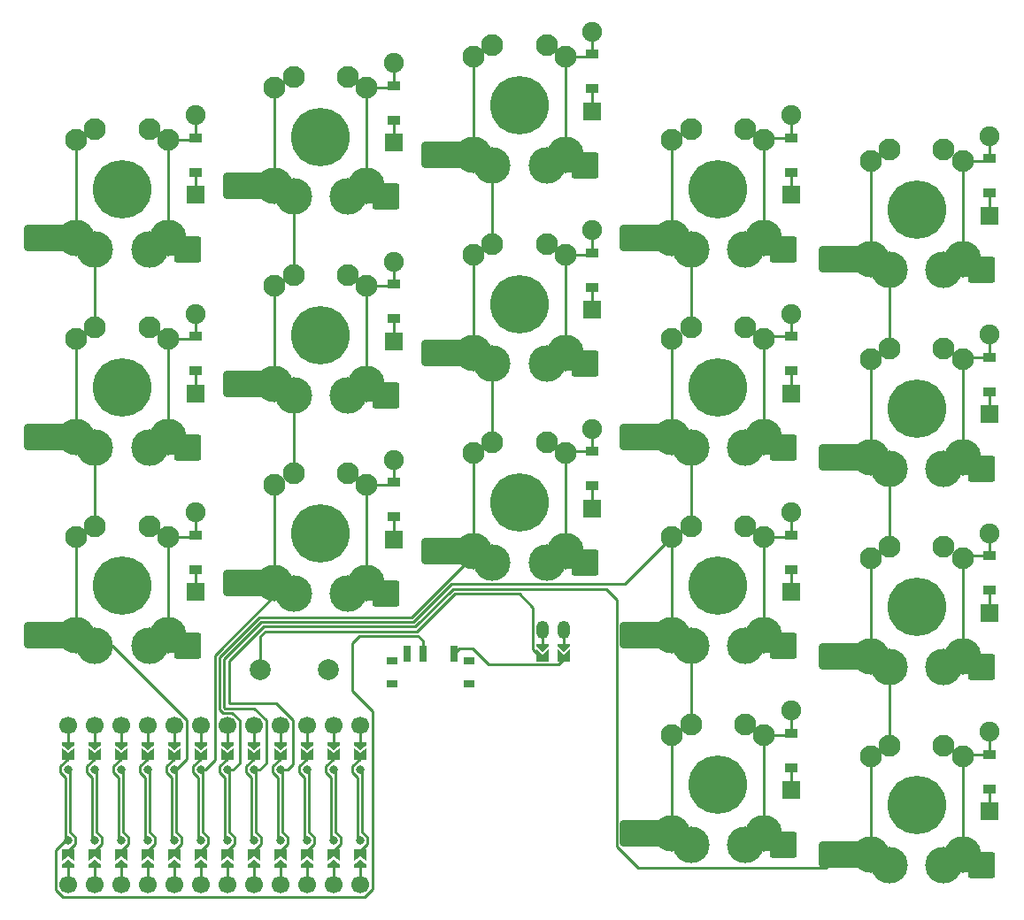
<source format=gbr>
%TF.GenerationSoftware,KiCad,Pcbnew,8.0.4*%
%TF.CreationDate,2024-08-31T21:53:54+08:00*%
%TF.ProjectId,board,626f6172-642e-46b6-9963-61645f706362,v1.0.0*%
%TF.SameCoordinates,Original*%
%TF.FileFunction,Copper,L2,Bot*%
%TF.FilePolarity,Positive*%
%FSLAX46Y46*%
G04 Gerber Fmt 4.6, Leading zero omitted, Abs format (unit mm)*
G04 Created by KiCad (PCBNEW 8.0.4) date 2024-08-31 21:53:54*
%MOMM*%
%LPD*%
G01*
G04 APERTURE LIST*
G04 Aperture macros list*
%AMRoundRect*
0 Rectangle with rounded corners*
0 $1 Rounding radius*
0 $2 $3 $4 $5 $6 $7 $8 $9 X,Y pos of 4 corners*
0 Add a 4 corners polygon primitive as box body*
4,1,4,$2,$3,$4,$5,$6,$7,$8,$9,$2,$3,0*
0 Add four circle primitives for the rounded corners*
1,1,$1+$1,$2,$3*
1,1,$1+$1,$4,$5*
1,1,$1+$1,$6,$7*
1,1,$1+$1,$8,$9*
0 Add four rect primitives between the rounded corners*
20,1,$1+$1,$2,$3,$4,$5,0*
20,1,$1+$1,$4,$5,$6,$7,0*
20,1,$1+$1,$6,$7,$8,$9,0*
20,1,$1+$1,$8,$9,$2,$3,0*%
%AMFreePoly0*
4,1,6,0.250000,0.000000,-0.250000,-0.625000,-0.500000,-0.625000,-0.500000,0.625000,-0.250000,0.625000,0.250000,0.000000,0.250000,0.000000,$1*%
%AMFreePoly1*
4,1,6,0.500000,-0.625000,-0.650000,-0.625000,-0.150000,0.000000,-0.650000,0.625000,0.500000,0.625000,0.500000,-0.625000,0.500000,-0.625000,$1*%
%AMFreePoly2*
4,1,6,0.600000,-1.000000,0.000000,-0.400000,-0.600000,-1.000000,-0.600000,0.250000,0.600000,0.250000,0.600000,-1.000000,0.600000,-1.000000,$1*%
%AMFreePoly3*
4,1,6,0.600000,-0.200000,0.600000,-0.400000,-0.600000,-0.400000,-0.600000,-0.200000,0.000000,0.400000,0.600000,-0.200000,0.600000,-0.200000,$1*%
G04 Aperture macros list end*
%TA.AperFunction,SMDPad,CuDef*%
%ADD10FreePoly0,270.000000*%
%TD*%
%TA.AperFunction,ComponentPad*%
%ADD11C,1.700000*%
%TD*%
%TA.AperFunction,SMDPad,CuDef*%
%ADD12FreePoly0,90.000000*%
%TD*%
%TA.AperFunction,SMDPad,CuDef*%
%ADD13FreePoly1,90.000000*%
%TD*%
%TA.AperFunction,ComponentPad*%
%ADD14C,0.800000*%
%TD*%
%TA.AperFunction,SMDPad,CuDef*%
%ADD15FreePoly1,270.000000*%
%TD*%
%TA.AperFunction,SMDPad,CuDef*%
%ADD16R,1.000000X0.800000*%
%TD*%
%TA.AperFunction,SMDPad,CuDef*%
%ADD17R,0.700000X1.500000*%
%TD*%
%TA.AperFunction,SMDPad,CuDef*%
%ADD18FreePoly2,180.000000*%
%TD*%
%TA.AperFunction,ComponentPad*%
%ADD19O,1.200000X1.750000*%
%TD*%
%TA.AperFunction,SMDPad,CuDef*%
%ADD20FreePoly3,180.000000*%
%TD*%
%TA.AperFunction,ComponentPad*%
%ADD21C,2.000000*%
%TD*%
%TA.AperFunction,ComponentPad*%
%ADD22R,1.778000X1.778000*%
%TD*%
%TA.AperFunction,SMDPad,CuDef*%
%ADD23R,1.200000X0.900000*%
%TD*%
%TA.AperFunction,ComponentPad*%
%ADD24C,1.905000*%
%TD*%
%TA.AperFunction,ComponentPad*%
%ADD25C,3.500000*%
%TD*%
%TA.AperFunction,ComponentPad*%
%ADD26C,5.600000*%
%TD*%
%TA.AperFunction,SMDPad,CuDef*%
%ADD27RoundRect,0.250000X-1.750000X-1.000000X1.750000X-1.000000X1.750000X1.000000X-1.750000X1.000000X0*%
%TD*%
%TA.AperFunction,ComponentPad*%
%ADD28C,2.100000*%
%TD*%
%TA.AperFunction,SMDPad,CuDef*%
%ADD29RoundRect,0.250000X-1.050000X-1.000000X1.050000X-1.000000X1.050000X1.000000X-1.050000X1.000000X0*%
%TD*%
%TA.AperFunction,Conductor*%
%ADD30C,0.250000*%
%TD*%
G04 APERTURE END LIST*
D10*
%TO.P,MCU1,1*%
%TO.N,MCU1_1*%
X169810000Y-171450000D03*
D11*
X169810000Y-169330000D03*
D10*
%TO.P,MCU1,2*%
%TO.N,MCU1_2*%
X172350000Y-171450000D03*
D11*
X172350000Y-169330000D03*
D10*
%TO.P,MCU1,3*%
%TO.N,MCU1_3*%
X174890000Y-171450000D03*
D11*
X174890000Y-169330000D03*
D10*
%TO.P,MCU1,4*%
%TO.N,MCU1_4*%
X177430000Y-171450000D03*
D11*
X177430000Y-169330000D03*
D10*
%TO.P,MCU1,5*%
%TO.N,MCU1_5*%
X179970000Y-171450000D03*
D11*
X179970000Y-169330000D03*
D10*
%TO.P,MCU1,6*%
%TO.N,MCU1_6*%
X182510000Y-171450000D03*
D11*
X182510000Y-169330000D03*
D10*
%TO.P,MCU1,7*%
%TO.N,MCU1_7*%
X185050000Y-171450000D03*
D11*
X185050000Y-169330000D03*
D10*
%TO.P,MCU1,8*%
%TO.N,MCU1_8*%
X187590000Y-171450000D03*
D11*
X187590000Y-169330000D03*
D10*
%TO.P,MCU1,9*%
%TO.N,MCU1_9*%
X190130000Y-171450000D03*
D11*
X190130000Y-169330000D03*
D10*
%TO.P,MCU1,10*%
%TO.N,MCU1_10*%
X192670000Y-171450000D03*
D11*
X192670000Y-169330000D03*
D10*
%TO.P,MCU1,11*%
%TO.N,MCU1_11*%
X195210000Y-171450000D03*
D11*
X195210000Y-169330000D03*
D10*
%TO.P,MCU1,12*%
%TO.N,MCU1_12*%
X197750000Y-171450000D03*
D11*
X197750000Y-169330000D03*
%TO.P,MCU1,13*%
%TO.N,MCU1_13*%
X197750000Y-184570000D03*
D12*
X197750000Y-182450000D03*
D11*
%TO.P,MCU1,14*%
%TO.N,MCU1_14*%
X195210000Y-184570000D03*
D12*
X195210000Y-182450000D03*
D11*
%TO.P,MCU1,15*%
%TO.N,MCU1_15*%
X192670000Y-184570000D03*
D12*
X192670000Y-182450000D03*
D11*
%TO.P,MCU1,16*%
%TO.N,MCU1_16*%
X190130000Y-184570000D03*
D12*
X190130000Y-182450000D03*
D11*
%TO.P,MCU1,17*%
%TO.N,MCU1_17*%
X187590000Y-184570000D03*
D12*
X187590000Y-182450000D03*
D11*
%TO.P,MCU1,18*%
%TO.N,MCU1_18*%
X185050000Y-184570000D03*
D12*
X185050000Y-182450000D03*
D11*
%TO.P,MCU1,19*%
%TO.N,MCU1_19*%
X182510000Y-184570000D03*
D12*
X182510000Y-182450000D03*
D11*
%TO.P,MCU1,20*%
%TO.N,MCU1_20*%
X179970000Y-184570000D03*
D12*
X179970000Y-182450000D03*
D11*
%TO.P,MCU1,21*%
%TO.N,MCU1_21*%
X177430000Y-184570000D03*
D12*
X177430000Y-182450000D03*
D11*
%TO.P,MCU1,22*%
%TO.N,MCU1_22*%
X174890000Y-184570000D03*
D12*
X174890000Y-182450000D03*
D11*
%TO.P,MCU1,23*%
%TO.N,MCU1_23*%
X172350000Y-184570000D03*
D12*
X172350000Y-182450000D03*
D11*
%TO.P,MCU1,24*%
%TO.N,MCU1_24*%
X169810000Y-184570000D03*
D12*
X169810000Y-182450000D03*
D13*
%TO.P,MCU1,101*%
%TO.N,P1*%
X169810000Y-181725000D03*
D14*
X169810000Y-173550000D03*
D13*
%TO.P,MCU1,102*%
%TO.N,P0*%
X172350000Y-181725000D03*
D14*
X172350000Y-173550000D03*
D13*
%TO.P,MCU1,103*%
%TO.N,GND*%
X174890000Y-181725000D03*
D14*
X174890000Y-173550000D03*
D13*
%TO.P,MCU1,104*%
X177430000Y-181725000D03*
D14*
X177430000Y-173550000D03*
D13*
%TO.P,MCU1,105*%
%TO.N,P2*%
X179970000Y-181725000D03*
D14*
X179970000Y-173550000D03*
D13*
%TO.P,MCU1,106*%
%TO.N,P3*%
X182510000Y-181725000D03*
D14*
X182510000Y-173550000D03*
D13*
%TO.P,MCU1,107*%
%TO.N,P4*%
X185050000Y-181725000D03*
D14*
X185050000Y-173550000D03*
D13*
%TO.P,MCU1,108*%
%TO.N,P5*%
X187590000Y-181725000D03*
D14*
X187590000Y-173550000D03*
D13*
%TO.P,MCU1,109*%
%TO.N,P6*%
X190130000Y-181725000D03*
D14*
X190130000Y-173550000D03*
D13*
%TO.P,MCU1,110*%
%TO.N,P7*%
X192670000Y-181725000D03*
D14*
X192670000Y-173550000D03*
D13*
%TO.P,MCU1,111*%
%TO.N,P8*%
X195210000Y-181725000D03*
D14*
X195210000Y-173550000D03*
D13*
%TO.P,MCU1,112*%
%TO.N,P9*%
X197750000Y-181725000D03*
D14*
X197750000Y-173550000D03*
%TO.P,MCU1,113*%
%TO.N,P10*%
X197750000Y-180350000D03*
D15*
X197750000Y-172175000D03*
D14*
%TO.P,MCU1,114*%
%TO.N,P16*%
X195210000Y-180350000D03*
D15*
X195210000Y-172175000D03*
D14*
%TO.P,MCU1,115*%
%TO.N,P14*%
X192670000Y-180350000D03*
D15*
X192670000Y-172175000D03*
D14*
%TO.P,MCU1,116*%
%TO.N,P15*%
X190130000Y-180350000D03*
D15*
X190130000Y-172175000D03*
D14*
%TO.P,MCU1,117*%
%TO.N,P18*%
X187590000Y-180350000D03*
D15*
X187590000Y-172175000D03*
D14*
%TO.P,MCU1,118*%
%TO.N,P19*%
X185050000Y-180350000D03*
D15*
X185050000Y-172175000D03*
D14*
%TO.P,MCU1,119*%
%TO.N,P20*%
X182510000Y-180350000D03*
D15*
X182510000Y-172175000D03*
D14*
%TO.P,MCU1,120*%
%TO.N,P21*%
X179970000Y-180350000D03*
D15*
X179970000Y-172175000D03*
D14*
%TO.P,MCU1,121*%
%TO.N,VCC*%
X177430000Y-180350000D03*
D15*
X177430000Y-172175000D03*
D14*
%TO.P,MCU1,122*%
%TO.N,RST*%
X174890000Y-180350000D03*
D15*
X174890000Y-172175000D03*
D14*
%TO.P,MCU1,123*%
%TO.N,GND*%
X172350000Y-180350000D03*
D15*
X172350000Y-172175000D03*
D14*
%TO.P,MCU1,124*%
%TO.N,RAW*%
X169810000Y-180350000D03*
D15*
X169810000Y-172175000D03*
%TD*%
D16*
%TO.P,PWR1,*%
%TO.N,*%
X208150000Y-163139999D03*
X200850000Y-163140000D03*
X208150000Y-165350000D03*
X200850000Y-165350000D03*
D17*
%TO.P,PWR1,1*%
%TO.N,BAT_P*%
X206750000Y-162490000D03*
%TO.P,PWR1,2*%
%TO.N,RAW*%
X203750000Y-162490000D03*
%TO.P,PWR1,3*%
%TO.N,N/C*%
X202250000Y-162490000D03*
%TD*%
D18*
%TO.P,JST1,1*%
%TO.N,BAT_P*%
X217250000Y-163000000D03*
%TO.P,JST1,2*%
%TO.N,GND*%
X215250000Y-163000000D03*
D19*
%TO.P,JST1,11*%
%TO.N,JST1_1*%
X215250000Y-160184000D03*
%TO.P,JST1,12*%
%TO.N,JST1_2*%
X217250000Y-160184000D03*
D20*
%TO.P,JST1,31*%
%TO.N,JST1_1*%
X215250000Y-161984000D03*
%TO.P,JST1,32*%
%TO.N,JST1_2*%
X217250000Y-161984000D03*
%TD*%
D21*
%TO.P,RST1,1*%
%TO.N,RST*%
X194750000Y-164000000D03*
%TO.P,RST1,2*%
%TO.N,GND*%
X188250000Y-164000000D03*
%TD*%
D22*
%TO.P,D14,1*%
%TO.N,P15*%
X258000000Y-177560000D03*
D23*
X258000000Y-175400000D03*
%TO.P,D14,2*%
%TO.N,inner_thumb*%
X258000000Y-172100000D03*
D24*
X258000000Y-169940000D03*
%TD*%
D22*
%TO.P,D5,1*%
%TO.N,P16*%
X201000000Y-132560000D03*
D23*
X201000000Y-130400000D03*
%TO.P,D5,2*%
%TO.N,ring_home*%
X201000000Y-127100000D03*
D24*
X201000000Y-124940000D03*
%TD*%
D22*
%TO.P,D11,1*%
%TO.N,P14*%
X239000000Y-156560000D03*
D23*
X239000000Y-154400000D03*
%TO.P,D11,2*%
%TO.N,index_bottom*%
X239000000Y-151100000D03*
D24*
X239000000Y-148940000D03*
%TD*%
D25*
%TO.P,S16,*%
%TO.N,P6*%
X248400000Y-144750000D03*
D26*
%TO.N,*%
X251000000Y-139000000D03*
D25*
%TO.N,inner_home*%
X253600000Y-144750000D03*
D27*
%TO.P,S16,1*%
%TO.N,P6*%
X243650000Y-143700000D03*
D28*
X246600000Y-134300000D03*
D25*
X246600000Y-143700000D03*
D28*
X248400000Y-133250000D03*
%TO.P,S16,2*%
%TO.N,inner_home*%
X253600000Y-133250000D03*
X255400000Y-134300000D03*
D25*
X255400000Y-143700000D03*
D29*
X257250000Y-144750000D03*
%TD*%
D25*
%TO.P,S8,*%
%TO.N,P4*%
X210400000Y-134750000D03*
D26*
%TO.N,*%
X213000000Y-129000000D03*
D25*
%TO.N,middle_home*%
X215600000Y-134750000D03*
D27*
%TO.P,S8,1*%
%TO.N,P4*%
X205650000Y-133700000D03*
D28*
X208600000Y-124300000D03*
D25*
X208600000Y-133700000D03*
D28*
X210400000Y-123250000D03*
%TO.P,S8,2*%
%TO.N,middle_home*%
X215600000Y-123250000D03*
X217400000Y-124300000D03*
D25*
X217400000Y-133700000D03*
D29*
X219250000Y-134750000D03*
%TD*%
D25*
%TO.P,S17,*%
%TO.N,P6*%
X248400000Y-125750000D03*
D26*
%TO.N,*%
X251000000Y-120000000D03*
D25*
%TO.N,inner_top*%
X253600000Y-125750000D03*
D27*
%TO.P,S17,1*%
%TO.N,P6*%
X243650000Y-124700000D03*
D28*
X246600000Y-115300000D03*
D25*
X246600000Y-124700000D03*
D28*
X248400000Y-114250000D03*
%TO.P,S17,2*%
%TO.N,inner_top*%
X253600000Y-114250000D03*
X255400000Y-115300000D03*
D25*
X255400000Y-124700000D03*
D29*
X257250000Y-125750000D03*
%TD*%
D22*
%TO.P,D3,1*%
%TO.N,P10*%
X182000000Y-118560000D03*
D23*
X182000000Y-116400000D03*
%TO.P,D3,2*%
%TO.N,pinky_top*%
X182000000Y-113100000D03*
D24*
X182000000Y-110940000D03*
%TD*%
D25*
%TO.P,S9,*%
%TO.N,P4*%
X210400000Y-115750000D03*
D26*
%TO.N,*%
X213000000Y-110000000D03*
D25*
%TO.N,middle_top*%
X215600000Y-115750000D03*
D27*
%TO.P,S9,1*%
%TO.N,P4*%
X205650000Y-114700000D03*
D28*
X208600000Y-105300000D03*
D25*
X208600000Y-114700000D03*
D28*
X210400000Y-104250000D03*
%TO.P,S9,2*%
%TO.N,middle_top*%
X215600000Y-104250000D03*
X217400000Y-105300000D03*
D25*
X217400000Y-114700000D03*
D29*
X219250000Y-115750000D03*
%TD*%
D25*
%TO.P,S11,*%
%TO.N,P5*%
X229400000Y-161750000D03*
D26*
%TO.N,*%
X232000000Y-156000000D03*
D25*
%TO.N,index_bottom*%
X234600000Y-161750000D03*
D27*
%TO.P,S11,1*%
%TO.N,P5*%
X224650000Y-160700000D03*
D28*
X227600000Y-151300000D03*
D25*
X227600000Y-160700000D03*
D28*
X229400000Y-150250000D03*
%TO.P,S11,2*%
%TO.N,index_bottom*%
X234600000Y-150250000D03*
X236400000Y-151300000D03*
D25*
X236400000Y-160700000D03*
D29*
X238250000Y-161750000D03*
%TD*%
D25*
%TO.P,S15,*%
%TO.N,P6*%
X248400000Y-163750000D03*
D26*
%TO.N,*%
X251000000Y-158000000D03*
D25*
%TO.N,inner_bottom*%
X253600000Y-163750000D03*
D27*
%TO.P,S15,1*%
%TO.N,P6*%
X243650000Y-162700000D03*
D28*
X246600000Y-153300000D03*
D25*
X246600000Y-162700000D03*
D28*
X248400000Y-152250000D03*
%TO.P,S15,2*%
%TO.N,inner_bottom*%
X253600000Y-152250000D03*
X255400000Y-153300000D03*
D25*
X255400000Y-162700000D03*
D29*
X257250000Y-163750000D03*
%TD*%
D25*
%TO.P,S7,*%
%TO.N,P4*%
X210400000Y-153750000D03*
D26*
%TO.N,*%
X213000000Y-148000000D03*
D25*
%TO.N,middle_bottom*%
X215600000Y-153750000D03*
D27*
%TO.P,S7,1*%
%TO.N,P4*%
X205650000Y-152700000D03*
D28*
X208600000Y-143300000D03*
D25*
X208600000Y-152700000D03*
D28*
X210400000Y-142250000D03*
%TO.P,S7,2*%
%TO.N,middle_bottom*%
X215600000Y-142250000D03*
X217400000Y-143300000D03*
D25*
X217400000Y-152700000D03*
D29*
X219250000Y-153750000D03*
%TD*%
D22*
%TO.P,D10,1*%
%TO.N,P15*%
X239000000Y-175560000D03*
D23*
X239000000Y-173400000D03*
%TO.P,D10,2*%
%TO.N,index_thumb*%
X239000000Y-170100000D03*
D24*
X239000000Y-167940000D03*
%TD*%
D22*
%TO.P,D12,1*%
%TO.N,P16*%
X239000000Y-137560000D03*
D23*
X239000000Y-135400000D03*
%TO.P,D12,2*%
%TO.N,index_home*%
X239000000Y-132100000D03*
D24*
X239000000Y-129940000D03*
%TD*%
D22*
%TO.P,D8,1*%
%TO.N,P16*%
X220000000Y-129560000D03*
D23*
X220000000Y-127400000D03*
%TO.P,D8,2*%
%TO.N,middle_home*%
X220000000Y-124100000D03*
D24*
X220000000Y-121940000D03*
%TD*%
D22*
%TO.P,D2,1*%
%TO.N,P16*%
X182000000Y-137560000D03*
D23*
X182000000Y-135400000D03*
%TO.P,D2,2*%
%TO.N,pinky_home*%
X182000000Y-132100000D03*
D24*
X182000000Y-129940000D03*
%TD*%
D25*
%TO.P,S5,*%
%TO.N,P3*%
X191400000Y-137750000D03*
D26*
%TO.N,*%
X194000000Y-132000000D03*
D25*
%TO.N,ring_home*%
X196600000Y-137750000D03*
D27*
%TO.P,S5,1*%
%TO.N,P3*%
X186650000Y-136700000D03*
D28*
X189600000Y-127300000D03*
D25*
X189600000Y-136700000D03*
D28*
X191400000Y-126250000D03*
%TO.P,S5,2*%
%TO.N,ring_home*%
X196600000Y-126250000D03*
X198400000Y-127300000D03*
D25*
X198400000Y-136700000D03*
D29*
X200250000Y-137750000D03*
%TD*%
D25*
%TO.P,S6,*%
%TO.N,P3*%
X191400000Y-118750000D03*
D26*
%TO.N,*%
X194000000Y-113000000D03*
D25*
%TO.N,ring_top*%
X196600000Y-118750000D03*
D27*
%TO.P,S6,1*%
%TO.N,P3*%
X186650000Y-117700000D03*
D28*
X189600000Y-108300000D03*
D25*
X189600000Y-117700000D03*
D28*
X191400000Y-107250000D03*
%TO.P,S6,2*%
%TO.N,ring_top*%
X196600000Y-107250000D03*
X198400000Y-108300000D03*
D25*
X198400000Y-117700000D03*
D29*
X200250000Y-118750000D03*
%TD*%
D25*
%TO.P,S14,*%
%TO.N,P6*%
X248400000Y-182750000D03*
D26*
%TO.N,*%
X251000000Y-177000000D03*
D25*
%TO.N,inner_thumb*%
X253600000Y-182750000D03*
D27*
%TO.P,S14,1*%
%TO.N,P6*%
X243650000Y-181700000D03*
D28*
X246600000Y-172300000D03*
D25*
X246600000Y-181700000D03*
D28*
X248400000Y-171250000D03*
%TO.P,S14,2*%
%TO.N,inner_thumb*%
X253600000Y-171250000D03*
X255400000Y-172300000D03*
D25*
X255400000Y-181700000D03*
D29*
X257250000Y-182750000D03*
%TD*%
D22*
%TO.P,D9,1*%
%TO.N,P10*%
X220000000Y-110560000D03*
D23*
X220000000Y-108400000D03*
%TO.P,D9,2*%
%TO.N,middle_top*%
X220000000Y-105100000D03*
D24*
X220000000Y-102940000D03*
%TD*%
D22*
%TO.P,D6,1*%
%TO.N,P10*%
X201000000Y-113560000D03*
D23*
X201000000Y-111400000D03*
%TO.P,D6,2*%
%TO.N,ring_top*%
X201000000Y-108100000D03*
D24*
X201000000Y-105940000D03*
%TD*%
D25*
%TO.P,S3,*%
%TO.N,P2*%
X172400000Y-123750000D03*
D26*
%TO.N,*%
X175000000Y-118000000D03*
D25*
%TO.N,pinky_top*%
X177600000Y-123750000D03*
D27*
%TO.P,S3,1*%
%TO.N,P2*%
X167650000Y-122700000D03*
D28*
X170600000Y-113300000D03*
D25*
X170600000Y-122700000D03*
D28*
X172400000Y-112250000D03*
%TO.P,S3,2*%
%TO.N,pinky_top*%
X177600000Y-112250000D03*
X179400000Y-113300000D03*
D25*
X179400000Y-122700000D03*
D29*
X181250000Y-123750000D03*
%TD*%
D25*
%TO.P,S1,*%
%TO.N,P2*%
X172400000Y-161750000D03*
D26*
%TO.N,*%
X175000000Y-156000000D03*
D25*
%TO.N,pinky_bottom*%
X177600000Y-161750000D03*
D27*
%TO.P,S1,1*%
%TO.N,P2*%
X167650000Y-160700000D03*
D28*
X170600000Y-151300000D03*
D25*
X170600000Y-160700000D03*
D28*
X172400000Y-150250000D03*
%TO.P,S1,2*%
%TO.N,pinky_bottom*%
X177600000Y-150250000D03*
X179400000Y-151300000D03*
D25*
X179400000Y-160700000D03*
D29*
X181250000Y-161750000D03*
%TD*%
D22*
%TO.P,D15,1*%
%TO.N,P14*%
X258000000Y-158560000D03*
D23*
X258000000Y-156400000D03*
%TO.P,D15,2*%
%TO.N,inner_bottom*%
X258000000Y-153100000D03*
D24*
X258000000Y-150940000D03*
%TD*%
D22*
%TO.P,D16,1*%
%TO.N,P16*%
X258000000Y-139560000D03*
D23*
X258000000Y-137400000D03*
%TO.P,D16,2*%
%TO.N,inner_home*%
X258000000Y-134100000D03*
D24*
X258000000Y-131940000D03*
%TD*%
D25*
%TO.P,S10,*%
%TO.N,P5*%
X229400000Y-180750000D03*
D26*
%TO.N,*%
X232000000Y-175000000D03*
D25*
%TO.N,index_thumb*%
X234600000Y-180750000D03*
D27*
%TO.P,S10,1*%
%TO.N,P5*%
X224650000Y-179700000D03*
D28*
X227600000Y-170300000D03*
D25*
X227600000Y-179700000D03*
D28*
X229400000Y-169250000D03*
%TO.P,S10,2*%
%TO.N,index_thumb*%
X234600000Y-169250000D03*
X236400000Y-170300000D03*
D25*
X236400000Y-179700000D03*
D29*
X238250000Y-180750000D03*
%TD*%
D25*
%TO.P,S4,*%
%TO.N,P3*%
X191400000Y-156750000D03*
D26*
%TO.N,*%
X194000000Y-151000000D03*
D25*
%TO.N,ring_bottom*%
X196600000Y-156750000D03*
D27*
%TO.P,S4,1*%
%TO.N,P3*%
X186650000Y-155700000D03*
D28*
X189600000Y-146300000D03*
D25*
X189600000Y-155700000D03*
D28*
X191400000Y-145250000D03*
%TO.P,S4,2*%
%TO.N,ring_bottom*%
X196600000Y-145250000D03*
X198400000Y-146300000D03*
D25*
X198400000Y-155700000D03*
D29*
X200250000Y-156750000D03*
%TD*%
D25*
%TO.P,S13,*%
%TO.N,P5*%
X229400000Y-123750000D03*
D26*
%TO.N,*%
X232000000Y-118000000D03*
D25*
%TO.N,index_top*%
X234600000Y-123750000D03*
D27*
%TO.P,S13,1*%
%TO.N,P5*%
X224650000Y-122700000D03*
D28*
X227600000Y-113300000D03*
D25*
X227600000Y-122700000D03*
D28*
X229400000Y-112250000D03*
%TO.P,S13,2*%
%TO.N,index_top*%
X234600000Y-112250000D03*
X236400000Y-113300000D03*
D25*
X236400000Y-122700000D03*
D29*
X238250000Y-123750000D03*
%TD*%
D22*
%TO.P,D13,1*%
%TO.N,P10*%
X239000000Y-118560000D03*
D23*
X239000000Y-116400000D03*
%TO.P,D13,2*%
%TO.N,index_top*%
X239000000Y-113100000D03*
D24*
X239000000Y-110940000D03*
%TD*%
D25*
%TO.P,S12,*%
%TO.N,P5*%
X229400000Y-142750000D03*
D26*
%TO.N,*%
X232000000Y-137000000D03*
D25*
%TO.N,index_home*%
X234600000Y-142750000D03*
D27*
%TO.P,S12,1*%
%TO.N,P5*%
X224650000Y-141700000D03*
D28*
X227600000Y-132300000D03*
D25*
X227600000Y-141700000D03*
D28*
X229400000Y-131250000D03*
%TO.P,S12,2*%
%TO.N,index_home*%
X234600000Y-131250000D03*
X236400000Y-132300000D03*
D25*
X236400000Y-141700000D03*
D29*
X238250000Y-142750000D03*
%TD*%
D22*
%TO.P,D7,1*%
%TO.N,P14*%
X220000000Y-148560000D03*
D23*
X220000000Y-146400000D03*
%TO.P,D7,2*%
%TO.N,middle_bottom*%
X220000000Y-143100000D03*
D24*
X220000000Y-140940000D03*
%TD*%
D25*
%TO.P,S2,*%
%TO.N,P2*%
X172400000Y-142750000D03*
D26*
%TO.N,*%
X175000000Y-137000000D03*
D25*
%TO.N,pinky_home*%
X177600000Y-142750000D03*
D27*
%TO.P,S2,1*%
%TO.N,P2*%
X167650000Y-141700000D03*
D28*
X170600000Y-132300000D03*
D25*
X170600000Y-141700000D03*
D28*
X172400000Y-131250000D03*
%TO.P,S2,2*%
%TO.N,pinky_home*%
X177600000Y-131250000D03*
X179400000Y-132300000D03*
D25*
X179400000Y-141700000D03*
D29*
X181250000Y-142750000D03*
%TD*%
D22*
%TO.P,D1,1*%
%TO.N,P14*%
X182000000Y-156560000D03*
D23*
X182000000Y-154400000D03*
%TO.P,D1,2*%
%TO.N,pinky_bottom*%
X182000000Y-151100000D03*
D24*
X182000000Y-148940000D03*
%TD*%
D22*
%TO.P,D17,1*%
%TO.N,P10*%
X258000000Y-120560000D03*
D23*
X258000000Y-118400000D03*
%TO.P,D17,2*%
%TO.N,inner_top*%
X258000000Y-115100000D03*
D24*
X258000000Y-112940000D03*
%TD*%
D22*
%TO.P,D4,1*%
%TO.N,P14*%
X201000000Y-151560000D03*
D23*
X201000000Y-149400000D03*
%TO.P,D4,2*%
%TO.N,ring_bottom*%
X201000000Y-146100000D03*
D24*
X201000000Y-143940000D03*
%TD*%
D30*
%TO.N,P2*%
X181145000Y-172591692D02*
X180186692Y-173550000D01*
X174051701Y-161750000D02*
X181145000Y-168843299D01*
X179970000Y-181725000D02*
X179970000Y-181375305D01*
X181145000Y-168843299D02*
X181145000Y-172591692D01*
X172400000Y-161650000D02*
X172400000Y-161750000D01*
X179970000Y-181375305D02*
X180695000Y-180650305D01*
X180200000Y-179554695D02*
X180200000Y-173780000D01*
X170600000Y-113300000D02*
X170600000Y-122700000D01*
X172400000Y-142750000D02*
X172400000Y-150250000D01*
X170600000Y-151300000D02*
X170600000Y-160700000D01*
X180186692Y-173550000D02*
X179970000Y-173550000D01*
X172400000Y-161650000D02*
X172250000Y-161500000D01*
X180695000Y-180650305D02*
X180695000Y-180049695D01*
X172400000Y-161750000D02*
X174051701Y-161750000D01*
X170600000Y-132300000D02*
X170600000Y-141700000D01*
X180695000Y-180049695D02*
X180200000Y-179554695D01*
X172400000Y-123750000D02*
X172400000Y-131250000D01*
%TO.N,pinky_bottom*%
X181800000Y-151300000D02*
X182000000Y-151100000D01*
X182000000Y-151100000D02*
X182000000Y-148940000D01*
X179400000Y-151300000D02*
X179400000Y-160700000D01*
X179400000Y-151300000D02*
X181800000Y-151300000D01*
%TO.N,GND*%
X188250000Y-160795584D02*
X188250000Y-164000000D01*
X174890000Y-181375305D02*
X175615000Y-180650305D01*
X171625000Y-173249695D02*
X171625000Y-173850305D01*
X206859315Y-156725000D02*
X203234315Y-160350000D01*
X172350000Y-172524695D02*
X171625000Y-173249695D01*
X175615000Y-180650305D02*
X175615000Y-180049695D01*
X177430000Y-181375305D02*
X178155000Y-180650305D01*
X214325000Y-158075000D02*
X212975000Y-156725000D01*
X175615000Y-180049695D02*
X175120000Y-179554695D01*
X172350000Y-172175000D02*
X172350000Y-172524695D01*
X188695584Y-160350000D02*
X188250000Y-160795584D01*
X214325000Y-162075000D02*
X214325000Y-158075000D01*
X171625000Y-173850305D02*
X172130000Y-174355305D01*
X215250000Y-163000000D02*
X214325000Y-162075000D01*
X177660000Y-179554695D02*
X177660000Y-173780000D01*
X174890000Y-181725000D02*
X174890000Y-181375305D01*
X178155000Y-180650305D02*
X178155000Y-180049695D01*
X178155000Y-180049695D02*
X177660000Y-179554695D01*
X172130000Y-174355305D02*
X172130000Y-180130000D01*
X175120000Y-179554695D02*
X175120000Y-173780000D01*
X177430000Y-181725000D02*
X177430000Y-181375305D01*
X212975000Y-156725000D02*
X206859315Y-156725000D01*
X203234315Y-160350000D02*
X188695584Y-160350000D01*
%TO.N,pinky_home*%
X179400000Y-132300000D02*
X181800000Y-132300000D01*
X181800000Y-132300000D02*
X182000000Y-132100000D01*
X182000000Y-129940000D02*
X182000000Y-132100000D01*
X179400000Y-132300000D02*
X179400000Y-141700000D01*
%TO.N,pinky_top*%
X181800000Y-113300000D02*
X182000000Y-113100000D01*
X179400000Y-113300000D02*
X179400000Y-122700000D01*
X182000000Y-113100000D02*
X182000000Y-110940000D01*
X179400000Y-113300000D02*
X181800000Y-113300000D01*
X179400000Y-113300000D02*
X179300000Y-113300000D01*
%TO.N,P3*%
X189600000Y-127300000D02*
X189600000Y-136700000D01*
X182510000Y-181375305D02*
X183235000Y-180650305D01*
X183875000Y-172625000D02*
X182950000Y-173550000D01*
X191400000Y-137750000D02*
X191400000Y-145250000D01*
X182510000Y-181725000D02*
X182510000Y-181375305D01*
X182740000Y-179554695D02*
X182740000Y-173780000D01*
X189600000Y-146300000D02*
X189600000Y-155700000D01*
X183235000Y-180049695D02*
X182740000Y-179554695D01*
X183875000Y-162625000D02*
X183875000Y-172625000D01*
X189750000Y-156750000D02*
X183875000Y-162625000D01*
X191400000Y-156750000D02*
X189750000Y-156750000D01*
X182950000Y-173550000D02*
X182510000Y-173550000D01*
X189600000Y-108300000D02*
X189600000Y-117700000D01*
X191400000Y-118750000D02*
X191400000Y-126250000D01*
X183235000Y-180650305D02*
X183235000Y-180049695D01*
%TO.N,ring_bottom*%
X198400000Y-146300000D02*
X198400000Y-155700000D01*
X198400000Y-146300000D02*
X200800000Y-146300000D01*
X200800000Y-146300000D02*
X201000000Y-146100000D01*
X201000000Y-146100000D02*
X201000000Y-143940000D01*
%TO.N,ring_home*%
X200800000Y-127300000D02*
X201000000Y-127100000D01*
X198400000Y-127300000D02*
X200800000Y-127300000D01*
X198400000Y-127300000D02*
X198400000Y-136700000D01*
X201000000Y-124940000D02*
X201000000Y-127100000D01*
%TO.N,ring_top*%
X200800000Y-108300000D02*
X201000000Y-108100000D01*
X198400000Y-108300000D02*
X198400000Y-117700000D01*
X201000000Y-105940000D02*
X201000000Y-108100000D01*
X198400000Y-108300000D02*
X200800000Y-108300000D01*
%TO.N,P4*%
X188136396Y-159000000D02*
X184325000Y-162811396D01*
X184655000Y-168155000D02*
X185536701Y-168155000D01*
X207925127Y-153750000D02*
X202675127Y-159000000D01*
X210400000Y-153750000D02*
X207925127Y-153750000D01*
X208600000Y-124300000D02*
X208600000Y-133700000D01*
X184325000Y-167825000D02*
X184655000Y-168155000D01*
X210400000Y-115750000D02*
X210400000Y-123250000D01*
X210400000Y-134750000D02*
X210400000Y-142250000D01*
X185775000Y-180049695D02*
X185280000Y-179554695D01*
X185536701Y-168155000D02*
X186225000Y-168843299D01*
X186225000Y-168843299D02*
X186225000Y-172940685D01*
X185775000Y-180650305D02*
X185775000Y-180049695D01*
X208600000Y-105300000D02*
X208600000Y-114700000D01*
X186225000Y-172940685D02*
X185615685Y-173550000D01*
X185280000Y-179554695D02*
X185280000Y-173780000D01*
X185615685Y-173550000D02*
X185050000Y-173550000D01*
X185050000Y-181375305D02*
X185775000Y-180650305D01*
X202675127Y-159000000D02*
X188136396Y-159000000D01*
X185050000Y-181725000D02*
X185050000Y-181375305D01*
X184325000Y-162811396D02*
X184325000Y-167825000D01*
X208600000Y-143300000D02*
X208600000Y-152700000D01*
%TO.N,middle_bottom*%
X217600000Y-143100000D02*
X217400000Y-143300000D01*
X220000000Y-143100000D02*
X217600000Y-143100000D01*
X220000000Y-143100000D02*
X220000000Y-140940000D01*
X217400000Y-143300000D02*
X217400000Y-152700000D01*
%TO.N,middle_home*%
X217400000Y-124300000D02*
X219800000Y-124300000D01*
X220000000Y-124100000D02*
X220000000Y-121940000D01*
X219800000Y-124300000D02*
X220000000Y-124100000D01*
X217400000Y-124300000D02*
X217400000Y-133700000D01*
%TO.N,middle_top*%
X217400000Y-105300000D02*
X217400000Y-114700000D01*
X217400000Y-105300000D02*
X219800000Y-105300000D01*
X219800000Y-105300000D02*
X220000000Y-105100000D01*
X220000000Y-105100000D02*
X220000000Y-102940000D01*
%TO.N,P5*%
X227600000Y-151300000D02*
X227600000Y-160700000D01*
X187626701Y-167705000D02*
X188765000Y-168843299D01*
X188765000Y-172940685D02*
X188155685Y-173550000D01*
X227600000Y-113300000D02*
X227600000Y-122700000D01*
X188155685Y-173550000D02*
X187590000Y-173550000D01*
X187590000Y-181725000D02*
X187590000Y-181375305D01*
X184775000Y-167638604D02*
X184841396Y-167705000D01*
X229400000Y-123750000D02*
X229400000Y-131250000D01*
X229400000Y-142750000D02*
X229400000Y-150250000D01*
X188765000Y-168843299D02*
X188765000Y-172940685D01*
X187820000Y-179554695D02*
X187820000Y-173780000D01*
X188322792Y-159450000D02*
X184775000Y-162997792D01*
X227600000Y-132300000D02*
X227600000Y-141700000D01*
X188315000Y-180650305D02*
X188315000Y-180049695D01*
X188315000Y-180049695D02*
X187820000Y-179554695D01*
X229400000Y-161750000D02*
X229400000Y-169250000D01*
X202861523Y-159450000D02*
X188322792Y-159450000D01*
X187590000Y-181375305D02*
X188315000Y-180650305D01*
X184841396Y-167705000D02*
X187626701Y-167705000D01*
X206486523Y-155825000D02*
X202861523Y-159450000D01*
X227600000Y-151300000D02*
X223075000Y-155825000D01*
X184775000Y-162997792D02*
X184775000Y-167638604D01*
X223075000Y-155825000D02*
X206486523Y-155825000D01*
X227600000Y-170300000D02*
X227600000Y-179700000D01*
%TO.N,index_thumb*%
X239000000Y-170100000D02*
X239000000Y-167940000D01*
X236400000Y-170300000D02*
X238800000Y-170300000D01*
X236400000Y-170300000D02*
X236400000Y-179700000D01*
X238800000Y-170300000D02*
X239000000Y-170100000D01*
%TO.N,index_bottom*%
X239000000Y-151100000D02*
X239000000Y-148940000D01*
X238800000Y-151300000D02*
X239000000Y-151100000D01*
X236400000Y-151300000D02*
X236400000Y-160700000D01*
X236400000Y-151300000D02*
X238800000Y-151300000D01*
%TO.N,index_home*%
X236600000Y-132100000D02*
X236400000Y-132300000D01*
X239000000Y-132100000D02*
X236600000Y-132100000D01*
X236400000Y-132300000D02*
X236400000Y-141700000D01*
X239000000Y-132100000D02*
X239000000Y-129940000D01*
%TO.N,index_top*%
X236600000Y-113100000D02*
X236400000Y-113300000D01*
X239000000Y-113100000D02*
X236600000Y-113100000D01*
X236400000Y-113300000D02*
X236400000Y-122700000D01*
X239000000Y-113100000D02*
X239000000Y-110940000D01*
%TO.N,P6*%
X224379900Y-183000000D02*
X242350000Y-183000000D01*
X248400000Y-144750000D02*
X248400000Y-152250000D01*
X243650000Y-181700000D02*
X243650000Y-181600000D01*
X188509188Y-159900000D02*
X203047919Y-159900000D01*
X242350000Y-183000000D02*
X243650000Y-181700000D01*
X191305000Y-168843299D02*
X189716701Y-167255000D01*
X191305000Y-173055000D02*
X191305000Y-168843299D01*
X246600000Y-115300000D02*
X246600000Y-124700000D01*
X190130000Y-181375305D02*
X190855000Y-180650305D01*
X246600000Y-172300000D02*
X246600000Y-181700000D01*
X190810000Y-173550000D02*
X191305000Y-173055000D01*
X243650000Y-181600000D02*
X242425000Y-182825000D01*
X189716701Y-167255000D02*
X185225000Y-167255000D01*
X246600000Y-153300000D02*
X246600000Y-162700000D01*
X190360000Y-179554695D02*
X190360000Y-173780000D01*
X190855000Y-180650305D02*
X190855000Y-180049695D01*
X185225000Y-167255000D02*
X185225000Y-163184188D01*
X206672919Y-156275000D02*
X221275000Y-156275000D01*
X203047919Y-159900000D02*
X206672919Y-156275000D01*
X190130000Y-173550000D02*
X190810000Y-173550000D01*
X222325000Y-157325000D02*
X222325000Y-180945100D01*
X222325000Y-180945100D02*
X224379900Y-183000000D01*
X190855000Y-180049695D02*
X190360000Y-179554695D01*
X246600000Y-134300000D02*
X246600000Y-143700000D01*
X185225000Y-163184188D02*
X188509188Y-159900000D01*
X248400000Y-125750000D02*
X248400000Y-133250000D01*
X190130000Y-181725000D02*
X190130000Y-181375305D01*
X248400000Y-163750000D02*
X248400000Y-171250000D01*
X221275000Y-156275000D02*
X222325000Y-157325000D01*
%TO.N,inner_thumb*%
X258000000Y-172100000D02*
X255600000Y-172100000D01*
X255400000Y-172300000D02*
X255400000Y-181700000D01*
X258000000Y-172100000D02*
X258000000Y-169940000D01*
X255600000Y-172100000D02*
X255400000Y-172300000D01*
%TO.N,inner_bottom*%
X255600000Y-153100000D02*
X255400000Y-153300000D01*
X258000000Y-153100000D02*
X258000000Y-150940000D01*
X255400000Y-153300000D02*
X255400000Y-162700000D01*
X258000000Y-153100000D02*
X255600000Y-153100000D01*
%TO.N,inner_home*%
X255400000Y-134300000D02*
X255400000Y-143700000D01*
X258000000Y-134100000D02*
X255600000Y-134100000D01*
X255600000Y-134100000D02*
X255400000Y-134300000D01*
X258000000Y-134100000D02*
X258000000Y-131940000D01*
%TO.N,inner_top*%
X257650000Y-115300000D02*
X255400000Y-115300000D01*
X257850000Y-115100000D02*
X257650000Y-115300000D01*
X258000000Y-115100000D02*
X258000000Y-112940000D01*
X255400000Y-115300000D02*
X255400000Y-124700000D01*
X258000000Y-115100000D02*
X257850000Y-115100000D01*
%TO.N,P14*%
X192670000Y-172175000D02*
X192670000Y-172524695D01*
X191945000Y-173249695D02*
X191945000Y-173850305D01*
X182000000Y-154400000D02*
X182000000Y-156560000D01*
X192670000Y-172524695D02*
X191945000Y-173249695D01*
X191945000Y-173850305D02*
X192450000Y-174355305D01*
X258000000Y-158560000D02*
X258000000Y-156400000D01*
X239000000Y-156560000D02*
X239000000Y-154400000D01*
X220000000Y-148560000D02*
X220000000Y-146400000D01*
X192450000Y-174355305D02*
X192450000Y-180130000D01*
X201000000Y-151560000D02*
X201000000Y-149400000D01*
%TO.N,P16*%
X182000000Y-137560000D02*
X182000000Y-135400000D01*
X195210000Y-172175000D02*
X195210000Y-172524695D01*
X194990000Y-174355305D02*
X194990000Y-180130000D01*
X258000000Y-139560000D02*
X258000000Y-137400000D01*
X194485000Y-173850305D02*
X194990000Y-174355305D01*
X201000000Y-132560000D02*
X201000000Y-130400000D01*
X239000000Y-137560000D02*
X239000000Y-135400000D01*
X220000000Y-129560000D02*
X220000000Y-127400000D01*
X195210000Y-172524695D02*
X194485000Y-173249695D01*
X194485000Y-173249695D02*
X194485000Y-173850305D01*
%TO.N,P10*%
X197025000Y-173850305D02*
X197530000Y-174355305D01*
X197750000Y-172175000D02*
X197750000Y-172524695D01*
X197025000Y-173249695D02*
X197025000Y-173850305D01*
X197530000Y-174355305D02*
X197530000Y-180130000D01*
X201000000Y-111400000D02*
X201000000Y-113560000D01*
X220000000Y-110560000D02*
X220000000Y-108400000D01*
X197750000Y-172524695D02*
X197025000Y-173249695D01*
X239000000Y-118560000D02*
X239000000Y-116400000D01*
X258000000Y-120560000D02*
X258000000Y-118400000D01*
X182000000Y-118560000D02*
X182000000Y-116400000D01*
%TO.N,P15*%
X190130000Y-172175000D02*
X190130000Y-172524695D01*
X189910000Y-174355305D02*
X189910000Y-180130000D01*
X189405000Y-173249695D02*
X189405000Y-173850305D01*
X189405000Y-173850305D02*
X189910000Y-174355305D01*
X258000000Y-177560000D02*
X258000000Y-175400000D01*
X190130000Y-172524695D02*
X189405000Y-173249695D01*
X239000000Y-175560000D02*
X239000000Y-173400000D01*
%TO.N,RAW*%
X169810000Y-172175000D02*
X169810000Y-172524695D01*
X169085000Y-173249695D02*
X169085000Y-173850305D01*
X169810000Y-172524695D02*
X169085000Y-173249695D01*
X169590000Y-174355305D02*
X169590000Y-180130000D01*
X169085000Y-173850305D02*
X169590000Y-174355305D01*
%TO.N,RST*%
X174165000Y-173850305D02*
X174670000Y-174355305D01*
X174890000Y-172175000D02*
X174890000Y-172524695D01*
X174165000Y-173249695D02*
X174165000Y-173850305D01*
X174890000Y-172524695D02*
X174165000Y-173249695D01*
X174670000Y-174355305D02*
X174670000Y-180130000D01*
%TO.N,VCC*%
X177430000Y-172175000D02*
X177430000Y-172524695D01*
X176705000Y-173850305D02*
X177210000Y-174355305D01*
X177430000Y-172524695D02*
X176705000Y-173249695D01*
X176705000Y-173249695D02*
X176705000Y-173850305D01*
X177210000Y-174355305D02*
X177210000Y-180130000D01*
%TO.N,P21*%
X179970000Y-172524695D02*
X179245000Y-173249695D01*
X179245000Y-173249695D02*
X179245000Y-173850305D01*
X179750000Y-174355305D02*
X179750000Y-180130000D01*
X179245000Y-173850305D02*
X179750000Y-174355305D01*
X179970000Y-172175000D02*
X179970000Y-172524695D01*
%TO.N,P20*%
X182510000Y-172175000D02*
X182510000Y-172524695D01*
X181785000Y-173850305D02*
X182290000Y-174355305D01*
X181785000Y-173249695D02*
X181785000Y-173850305D01*
X182510000Y-172524695D02*
X181785000Y-173249695D01*
X182290000Y-174355305D02*
X182290000Y-180130000D01*
%TO.N,P19*%
X185050000Y-172524695D02*
X184325000Y-173249695D01*
X185050000Y-172175000D02*
X185050000Y-172524695D01*
X184325000Y-173850305D02*
X184830000Y-174355305D01*
X184830000Y-174355305D02*
X184830000Y-180130000D01*
X184325000Y-173249695D02*
X184325000Y-173850305D01*
%TO.N,P18*%
X186865000Y-173249695D02*
X186865000Y-173850305D01*
X187370000Y-174355305D02*
X187370000Y-180130000D01*
X187590000Y-172524695D02*
X186865000Y-173249695D01*
X186865000Y-173850305D02*
X187370000Y-174355305D01*
X187590000Y-172175000D02*
X187590000Y-172524695D01*
%TO.N,P1*%
X169810000Y-181375305D02*
X170535000Y-180650305D01*
X169810000Y-181725000D02*
X169810000Y-181375305D01*
X170535000Y-180650305D02*
X170535000Y-180049695D01*
X170535000Y-180049695D02*
X170040000Y-179554695D01*
X170040000Y-179554695D02*
X170040000Y-173780000D01*
%TO.N,P0*%
X172350000Y-181725000D02*
X172350000Y-181375305D01*
X173075000Y-180049695D02*
X172580000Y-179554695D01*
X172350000Y-181375305D02*
X173075000Y-180650305D01*
X173075000Y-180650305D02*
X173075000Y-180049695D01*
X172580000Y-179554695D02*
X172580000Y-173780000D01*
%TO.N,P7*%
X192670000Y-181725000D02*
X192670000Y-181375305D01*
X192670000Y-181375305D02*
X193395000Y-180650305D01*
X192900000Y-179554695D02*
X192900000Y-173780000D01*
X193395000Y-180049695D02*
X192900000Y-179554695D01*
X193395000Y-180650305D02*
X193395000Y-180049695D01*
%TO.N,P8*%
X195440000Y-179554695D02*
X195440000Y-173780000D01*
X195935000Y-180650305D02*
X195935000Y-180049695D01*
X195210000Y-181375305D02*
X195935000Y-180650305D01*
X195210000Y-181725000D02*
X195210000Y-181375305D01*
X195935000Y-180049695D02*
X195440000Y-179554695D01*
%TO.N,P9*%
X197980000Y-179554695D02*
X197980000Y-173780000D01*
X197750000Y-181725000D02*
X197750000Y-181375305D01*
X198475000Y-180650305D02*
X198475000Y-180049695D01*
X197750000Y-181375305D02*
X198475000Y-180650305D01*
X198475000Y-180049695D02*
X197980000Y-179554695D01*
%TO.N,MCU1_24*%
X169810000Y-184570000D02*
X169810000Y-182450000D01*
%TO.N,MCU1_1*%
X169810000Y-169330000D02*
X169810000Y-171450000D01*
%TO.N,MCU1_23*%
X172350000Y-184570000D02*
X172350000Y-182450000D01*
%TO.N,MCU1_2*%
X172350000Y-169330000D02*
X172350000Y-171450000D01*
%TO.N,MCU1_22*%
X174890000Y-184570000D02*
X174890000Y-182450000D01*
%TO.N,MCU1_3*%
X174890000Y-169330000D02*
X174890000Y-171450000D01*
%TO.N,MCU1_21*%
X177430000Y-184570000D02*
X177430000Y-182450000D01*
%TO.N,MCU1_4*%
X177430000Y-169330000D02*
X177430000Y-171450000D01*
%TO.N,MCU1_20*%
X179970000Y-184570000D02*
X179970000Y-182450000D01*
%TO.N,MCU1_5*%
X179970000Y-169330000D02*
X179970000Y-171450000D01*
%TO.N,MCU1_19*%
X182510000Y-184570000D02*
X182510000Y-182450000D01*
%TO.N,MCU1_6*%
X182510000Y-169330000D02*
X182510000Y-171450000D01*
%TO.N,MCU1_18*%
X185050000Y-184570000D02*
X185050000Y-182450000D01*
%TO.N,MCU1_7*%
X185050000Y-169330000D02*
X185050000Y-171450000D01*
%TO.N,MCU1_17*%
X187590000Y-184570000D02*
X187590000Y-182450000D01*
%TO.N,MCU1_8*%
X187590000Y-169330000D02*
X187590000Y-171450000D01*
%TO.N,MCU1_16*%
X190130000Y-184570000D02*
X190130000Y-182450000D01*
%TO.N,MCU1_9*%
X190130000Y-169330000D02*
X190130000Y-171450000D01*
%TO.N,MCU1_15*%
X192670000Y-184570000D02*
X192670000Y-182450000D01*
%TO.N,MCU1_10*%
X192670000Y-169330000D02*
X192670000Y-171450000D01*
%TO.N,MCU1_14*%
X195210000Y-184570000D02*
X195210000Y-182450000D01*
%TO.N,MCU1_11*%
X195210000Y-169330000D02*
X195210000Y-171450000D01*
%TO.N,MCU1_13*%
X197750000Y-184570000D02*
X197750000Y-182450000D01*
%TO.N,MCU1_12*%
X197750000Y-169330000D02*
X197750000Y-171450000D01*
%TO.N,BAT_P*%
X210040001Y-163480000D02*
X208560001Y-162000000D01*
X208560001Y-162000000D02*
X207240000Y-162000000D01*
X207240000Y-162000000D02*
X206750000Y-162490000D01*
X217250000Y-163000000D02*
X216770000Y-163480000D01*
X216770000Y-163480000D02*
X210040001Y-163480000D01*
%TO.N,JST1_1*%
X215250000Y-161984000D02*
X215250000Y-160184000D01*
%TO.N,JST1_2*%
X217250000Y-161984000D02*
X217250000Y-160184000D01*
%TO.N,RAW*%
X203750000Y-161250000D02*
X203300000Y-160800000D01*
X197000000Y-161500000D02*
X197000000Y-166000000D01*
X197700000Y-160800000D02*
X197000000Y-161500000D01*
X203300000Y-160800000D02*
X197700000Y-160800000D01*
X203750000Y-162490000D02*
X203750000Y-161250000D01*
X197000000Y-166000000D02*
X199000000Y-168000000D01*
X199000000Y-168000000D02*
X199000000Y-184981701D01*
X168635000Y-185056701D02*
X168635000Y-181308308D01*
X199000000Y-184981701D02*
X198236701Y-185745000D01*
X168635000Y-181308308D02*
X169593308Y-180350000D01*
X198236701Y-185745000D02*
X169323299Y-185745000D01*
X169323299Y-185745000D02*
X168635000Y-185056701D01*
X169593308Y-180350000D02*
X169810000Y-180350000D01*
%TD*%
M02*

</source>
